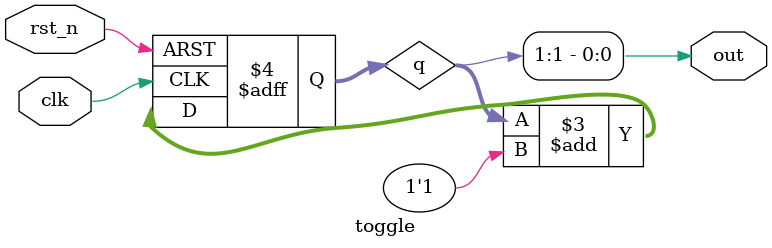
<source format=sv>
module toggle (
  input  logic clk,
  input  logic rst_n,
  output logic out
);

  logic [1:0] q;

  always_ff @(posedge clk, negedge rst_n) begin
    if (~rst_n) begin
      q <= 2'b0;
    end else begin
      q <= q + 1'b1;
    end
  end

  assign out = q[1];

endmodule

</source>
